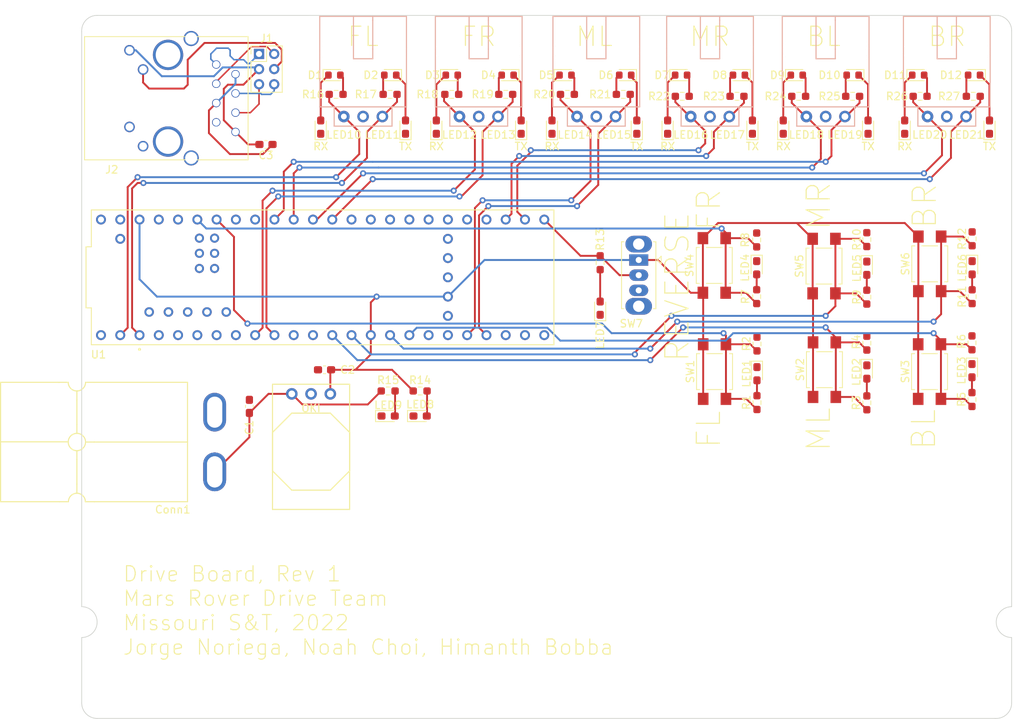
<source format=kicad_pcb>
(kicad_pcb (version 20211014) (generator pcbnew)
  (layers (0 "F.Cu" signal) (31 "B.Cu" signal) (34 "B.Paste" user) (35 "F.Paste" user) (36 "B.SilkS" user "B.Silkscreen") (37 "F.SilkS" user "F.Silkscreen") (38 "B.Mask" user) (39 "F.Mask" user) (44 "Edge.Cuts" user))
  (net 0 "")
  (net 1 "+36V")
  (net 2 "GND")
  (net 3 "+3V3")
  (net 4 "Net-(C3-Pad1)")
  (net 5 "Net-(C3-Pad2)")
  (net 6 "FRTX")
  (net 7 "FRRX")
  (net 8 "FLTX")
  (net 9 "FLRX")
  (net 10 "MRTX")
  (net 11 "MRRX")
  (net 12 "MLTX")
  (net 13 "MLRX")
  (net 14 "BRTX")
  (net 15 "BRRX")
  (net 16 "BLTX")
  (net 17 "BLRX")
  (net 18 "/TX+")
  (net 19 "/TX-")
  (net 20 "Net-(J1-Pad4)")
  (net 21 "/RX-")
  (net 22 "/RX+")
  (net 26 "Net-(LED1-Pad2)")
  (net 27 "Net-(LED2-Pad2)")
  (net 28 "Net-(LED3-Pad2)")
  (net 29 "Net-(LED4-Pad2)")
  (net 30 "Net-(LED5-Pad2)")
  (net 31 "Net-(LED6-Pad2)")
  (net 32 "Net-(LED7-Pad2)")
  (net 33 "Net-(LED8-Pad2)")
  (net 34 "Net-(LED9-Pad2)")
  (net 35 "FL_DRIVE")
  (net 36 "ML_DRIVE")
  (net 37 "BL_DRIVE")
  (net 38 "FR_DRIVE")
  (net 39 "MR_DRIVE")
  (net 40 "BR_DRIVE")
  (net 41 "REVERSE_DIR")
  (net 58 "Net-(D1-Pad1)")
  (net 75 "Net-(D1-Pad2)")
  (net 76 "Net-(D2-Pad1)")
  (net 77 "Net-(D2-Pad2)")
  (net 78 "Net-(D3-Pad2)")
  (net 79 "Net-(D3-Pad1)")
  (net 80 "Net-(D4-Pad2)")
  (net 81 "Net-(D4-Pad1)")
  (net 82 "Net-(D5-Pad2)")
  (net 83 "Net-(D5-Pad1)")
  (net 84 "Net-(D6-Pad2)")
  (net 85 "Net-(D6-Pad1)")
  (net 86 "Net-(D7-Pad2)")
  (net 87 "Net-(D7-Pad1)")
  (net 88 "Net-(D8-Pad2)")
  (net 89 "Net-(D8-Pad1)")
  (net 90 "Net-(D9-Pad1)")
  (net 91 "Net-(D9-Pad2)")
  (net 92 "Net-(D10-Pad1)")
  (net 93 "Net-(D10-Pad2)")
  (net 94 "Net-(D11-Pad1)")
  (net 95 "Net-(D11-Pad2)")
  (net 96 "Net-(D12-Pad1)")
  (net 97 "Net-(D12-Pad2)")
  (footprint "Capacitor_SMD:C_0603_1608Metric_Pad1.08x0.95mm_HandSolder" (layer "F.Cu") (at 154.432 87.884 90)
    (fp_text reference "C1")
    (fp_text value "10uF" hide)
  )
  (footprint "Diode_SMD:D_0603_1608Metric" (layer "F.Cu") (at 165.6335 44.196)
    (fp_text reference "D1")
    (fp_text value "CDBU40-HF" hide)
  )
  (footprint "MRDT_Connectors:RJ45_Teensy" (layer "F.Cu") (at 130.7125 47.369 -90)
    (fp_text reference "J2")
    (fp_text value "RJ45_LED_Shielded")
  )
  (footprint "Button_Switch_SMD:SW_SPST_TL3305A" (layer "F.Cu") (at 230.21475 83.04075 90)
    (fp_text reference "SW2")
    (fp_text value "SW_Push")
  )
  (footprint "Resistor_SMD:R_0603_1608Metric_Pad0.98x0.95mm_HandSolder" (layer "F.Cu") (at 249.658 86.981 -90)
    (fp_text reference "R5")
    (fp_text value "100")
  )
  (footprint "LED_SMD:LED_0603_1608Metric_Pad1.05x0.95mm_HandSolder" (layer "F.Cu") (at 172.72 89.154)
    (fp_text reference "LED9")
    (fp_text value "Green" hide)
  )
  (footprint "LED_SMD:LED_0603_1608Metric_Pad1.05x0.95mm_HandSolder" (layer "F.Cu") (at 251.968 51.054 90)
    (fp_text reference "LED21")
    (fp_text value "Blue" hide)
  )
  (footprint "Diode_SMD:D_0603_1608Metric" (layer "F.Cu") (at 242.57 44.196)
    (fp_text reference "D11")
    (fp_text value "CDBU40-HF" hide)
  )
  (footprint "Button_Switch_SMD:SW_SPST_TL3305A" (layer "F.Cu") (at 230.1615 69.3795 90)
    (fp_text reference "SW5")
    (fp_text value "SW_Push")
  )
  (footprint "Capacitor_SMD:C_0603_1608Metric_Pad1.08x0.95mm_HandSolder" (layer "F.Cu") (at 156.6175 53.34 180)
    (fp_text reference "C3")
    (fp_text value "0.1uF")
  )
  (footprint "LED_SMD:LED_0603_1608Metric_Pad1.05x0.95mm_HandSolder" (layer "F.Cu") (at 200.66 74.93 90)
    (fp_text reference "LED7")
    (fp_text value "Blue")
  )
  (footprint "LED_SMD:LED_0603_1608Metric_Pad1.05x0.95mm_HandSolder" (layer "F.Cu") (at 220.726 51.054 90)
    (fp_text reference "LED17")
    (fp_text value "Blue" hide)
  )
  (footprint "Resistor_SMD:R_0603_1608Metric_Pad0.98x0.95mm_HandSolder" (layer "F.Cu") (at 226.822 46.99)
    (fp_text reference "R24")
    (fp_text value "100" hide)
  )
  (footprint "Resistor_SMD:R_0603_1608Metric_Pad0.98x0.95mm_HandSolder" (layer "F.Cu") (at 249.682 65.786 90)
    (fp_text reference "R12")
    (fp_text value "4.7k")
  )
  (footprint "LED_SMD:LED_0603_1608Metric_Pad1.05x0.95mm_HandSolder" (layer "F.Cu") (at 194.31 51.054 90)
    (fp_text reference "LED14")
    (fp_text value "Yellow" hide)
  )
  (footprint "Resistor_SMD:R_0603_1608Metric_Pad0.98x0.95mm_HandSolder" (layer "F.Cu") (at 165.862 46.736)
    (fp_text reference "R16")
    (fp_text value "100" hide)
  )
  (footprint "Resistor_SMD:R_0603_1608Metric_Pad0.98x0.95mm_HandSolder" (layer "F.Cu") (at 200.66 68.9375 90)
    (fp_text reference "R13")
    (fp_text value "100")
  )
  (footprint "Resistor_SMD:R_0603_1608Metric_Pad0.98x0.95mm_HandSolder" (layer "F.Cu") (at 242.824 46.99)
    (fp_text reference "R26")
    (fp_text value "100" hide)
  )
  (footprint "Diode_SMD:D_0603_1608Metric" (layer "F.Cu") (at 188.468 44.196 180)
    (fp_text reference "D4")
    (fp_text value "CDBU40-HF" hide)
  )
  (footprint "Diode_SMD:D_0603_1608Metric" (layer "F.Cu") (at 196.088 44.196)
    (fp_text reference "D5")
    (fp_text value "CDBU40-HF" hide)
  )
  (footprint "Button_Switch_SMD:SW_SPST_TL3305A" (layer "F.Cu") (at 215.73675 83.29475 90)
    (fp_text reference "SW1")
    (fp_text value "SW_Push")
  )
  (footprint "MRDT_Shields:Teensy_4_1" (layer "F.Cu") (at 164.084 70.866)
    (fp_text reference "U1")
    (fp_text value "Teensy4.1_DEV-16771")
  )
  (footprint "LED_SMD:LED_0603_1608Metric_Pad1.05x0.95mm_HandSolder" (layer "F.Cu") (at 179.07 51.054 90)
    (fp_text reference "LED12")
    (fp_text value "Yellow" hide)
  )
  (footprint "Resistor_SMD:R_0603_1608Metric_Pad0.98x0.95mm_HandSolder" (layer "F.Cu") (at 221.2855 65.93325 90)
    (fp_text reference "R8")
    (fp_text value "4.7k")
  )
  (footprint "Resistor_SMD:R_0603_1608Metric_Pad0.98x0.95mm_HandSolder" (layer "F.Cu") (at 235.80275 87.41375 -90)
    (fp_text reference "R3")
    (fp_text value "100")
  )
  (footprint "LED_SMD:LED_0603_1608Metric_Pad1.05x0.95mm_HandSolder" (layer "F.Cu") (at 240.792 51.054 90)
    (fp_text reference "LED20")
    (fp_text value "Yellow" hide)
  )
  (footprint "Resistor_SMD:R_0603_1608Metric_Pad0.98x0.95mm_HandSolder" (layer "F.Cu") (at 235.79825 65.8895 90)
    (fp_text reference "R10")
    (fp_text value "4.7k")
  )
  (footprint "Diode_SMD:D_0603_1608Metric" (layer "F.Cu") (at 172.9995 44.196 180)
    (fp_text reference "D2")
    (fp_text value "CDBU40-HF" hide)
  )
  (footprint "Resistor_SMD:R_0603_1608Metric_Pad0.98x0.95mm_HandSolder" (layer "F.Cu") (at 196.342 46.736)
    (fp_text reference "R20")
    (fp_text value "100" hide)
  )
  (footprint "Button_Switch_SMD:SW_SPST_TL3305A" (layer "F.Cu") (at 244.07 83.29475 90)
    (fp_text reference "SW3")
    (fp_text value "SW_Push")
  )
  (footprint "Resistor_SMD:R_0603_1608Metric_Pad0.98x0.95mm_HandSolder" (layer "F.Cu") (at 221.2855 73.41225 -90)
    (fp_text reference "R7")
    (fp_text value "100")
  )
  (footprint "Resistor_SMD:R_0603_1608Metric_Pad0.98x0.95mm_HandSolder" (layer "F.Cu") (at 249.682 73.4155 -90)
    (fp_text reference "R11")
    (fp_text value "100")
  )
  (footprint "Diode_SMD:D_0603_1608Metric" (layer "F.Cu") (at 181.102 44.196)
    (fp_text reference "D3")
    (fp_text value "CDBU40-HF" hide)
  )
  (footprint "LED_SMD:LED_0603_1608Metric_Pad1.05x0.95mm_HandSolder" (layer "F.Cu") (at 163.83 51.054 90)
    (fp_text reference "LED10")
    (fp_text value "Yellow" hide)
  )
  (footprint "LED_SMD:LED_0603_1608Metric_Pad1.05x0.95mm_HandSolder" (layer "F.Cu") (at 190.246 51.054 90)
    (fp_text reference "LED13")
    (fp_text value "Blue" hide)
  )
  (footprint "LED_SMD:LED_0603_1608Metric_Pad1.05x0.95mm_HandSolder" (layer "F.Cu") (at 209.55 51.054 90)
    (fp_text reference "LED16")
    (fp_text value "Yellow" hide)
  )
  (footprint "Button_Switch_THT:SW_Slide_1P2T_CK_OS102011MS2Q" (layer "F.Cu") (at 205.74 68.58 -90)
    (fp_text reference "SW7")
    (fp_text value "SW_SPDT")
  )
  (footprint "Resistor_SMD:R_0603_1608Metric_Pad0.98x0.95mm_HandSolder" (layer "F.Cu") (at 172.974 46.736 180)
    (fp_text reference "R17")
    (fp_text value "10" hide)
  )
  (footprint "Button_Switch_SMD:SW_SPST_TL3305A" (layer "F.Cu") (at 244.094 69.088 90)
    (fp_text reference "SW6")
    (fp_text value "SW_Push")
  )
  (footprint "LED_SMD:LED_0603_1608Metric_Pad1.05x0.95mm_HandSolder" (layer "F.Cu") (at 235.79825 69.662 -90)
    (fp_text reference "LED5")
    (fp_text value "Blue")
  )
  (footprint "LED_SMD:LED_0603_1608Metric_Pad1.05x0.95mm_HandSolder" (layer "F.Cu") (at 235.80275 83.34975 -90)
    (fp_text reference "LED2")
    (fp_text value "Blue")
  )
  (footprint "LED_SMD:LED_0603_1608Metric_Pad1.05x0.95mm_HandSolder" (layer "F.Cu") (at 176.9345 89.154)
    (fp_text reference "LED8")
    (fp_text value "Green" hide)
  )
  (footprint "Resistor_SMD:R_0603_1608Metric_Pad0.98x0.95mm_HandSolder" (layer "F.Cu") (at 176.9345 85.852)
    (fp_text reference "R14")
    (fp_text value "100" hide)
  )
  (footprint "Resistor_SMD:R_0603_1608Metric_Pad0.98x0.95mm_HandSolder" (layer "F.Cu") (at 211.4785 46.99)
    (fp_text reference "R22")
    (fp_text value "100" hide)
  )
  (footprint "LED_SMD:LED_0603_1608Metric_Pad1.05x0.95mm_HandSolder" (layer "F.Cu") (at 221.2855 69.60225 -90)
    (fp_text reference "LED4")
    (fp_text value "Blue")
  )
  (footprint "Resistor_SMD:R_0603_1608Metric_Pad0.98x0.95mm_HandSolder" (layer "F.Cu") (at 218.694 46.99 180)
    (fp_text reference "R23")
    (fp_text value "10" hide)
  )
  (footprint "Resistor_SMD:R_0603_1608Metric_Pad0.98x0.95mm_HandSolder" (layer "F.Cu") (at 249.658 79.502 90)
    (fp_text reference "R6")
    (fp_text value "4.7k")
  )
  (footprint "Resistor_SMD:R_0603_1608Metric_Pad0.98x0.95mm_HandSolder" (layer "F.Cu") (at 172.72 85.852)
    (fp_text reference "R15")
    (fp_text value "3k" hide)
  )
  (footprint "Resistor_SMD:R_0603_1608Metric_Pad0.98x0.95mm_HandSolder" (layer "F.Cu") (at 233.934 46.99 180)
    (fp_text reference "R25")
    (fp_text value "10" hide)
  )
  (footprint "Resistor_SMD:R_0603_1608Metric_Pad0.98x0.95mm_HandSolder" (layer "F.Cu") (at 221.32475 87.3855 -90)
    (fp_text reference "R1")
    (fp_text value "100")
  )
  (footprint "Button_Switch_SMD:SW_SPST_TL3305A" (layer "F.Cu") (at 215.6975 69.296 90)
    (fp_text reference "SW4")
    (fp_text value "SW_Push")
  )
  (footprint "Diode_SMD:D_0603_1608Metric" (layer "F.Cu") (at 218.948 44.196 180)
    (fp_text reference "D8")
    (fp_text value "CDBU40-HF" hide)
  )
  (footprint "Resistor_SMD:R_0603_1608Metric_Pad0.98x0.95mm_HandSolder" (layer "F.Cu") (at 235.79825 73.472 -90)
    (fp_text reference "R9")
    (fp_text value "100")
  )
  (footprint "Diode_SMD:D_0603_1608Metric" (layer "F.Cu") (at 249.936 44.196 180)
    (fp_text reference "D12")
    (fp_text value "CDBU40-HF" hide)
  )
  (footprint "LED_SMD:LED_0603_1608Metric_Pad1.05x0.95mm_HandSolder" (layer "F.Cu") (at 235.966 51.054 90)
    (fp_text reference "LED19")
    (fp_text value "Blue" hide)
  )
  (footprint "LED_SMD:LED_0603_1608Metric_Pad1.05x0.95mm_HandSolder" (layer "F.Cu") (at 249.658 83.171 -90)
    (fp_text reference "LED3")
    (fp_text value "Blue")
  )
  (footprint "Resistor_SMD:R_0603_1608Metric_Pad0.98x0.95mm_HandSolder" (layer "F.Cu") (at 203.708 46.736 180)
    (fp_text reference "R21")
    (fp_text value "10" hide)
  )
  (footprint "LED_SMD:LED_0603_1608Metric_Pad1.05x0.95mm_HandSolder" (layer "F.Cu") (at 249.682 69.6055 -90)
    (fp_text reference "LED6")
    (fp_text value "Blue")
  )
  (footprint "MRDT_Devices:OKI_Horizontal" (layer "F.Cu") (at 160.02 86.233)
    (fp_text reference "U2" hide)
    (fp_text value "OKI")
  )
  (footprint "Resistor_SMD:R_0603_1608Metric_Pad0.98x0.95mm_HandSolder" (layer "F.Cu") (at 249.8325 46.99 180)
    (fp_text reference "R27")
    (fp_text value "10" hide)
  )
  (footprint "Resistor_SMD:R_0603_1608Metric_Pad0.98x0.95mm_HandSolder" (layer "F.Cu") (at 221.32475 79.6525 90)
    (fp_text reference "R2")
    (fp_text value "4.7k")
  )
  (footprint "LED_SMD:LED_0603_1608Metric_Pad1.05x0.95mm_HandSolder" (layer "F.Cu") (at 175.006 51.054 90)
    (fp_text reference "LED11")
    (fp_text value "Blue" hide)
  )
  (footprint "LED_SMD:LED_0603_1608Metric_Pad1.05x0.95mm_HandSolder" (layer "F.Cu") (at 205.486 51.054 90)
    (fp_text reference "LED15")
    (fp_text value "Blue" hide)
  )
  (footprint "Resistor_SMD:R_0603_1608Metric_Pad0.98x0.95mm_HandSolder" (layer "F.Cu") (at 181.102 46.736)
    (fp_text reference "R18")
    (fp_text value "100" hide)
  )
  (footprint "MRDT_Connectors:Square_Anderson_2_H_Side_By_Side" (layer "F.Cu") (at 150.2346 88.096)
    (fp_text reference "Conn1")
    (fp_text value "AndersonPP" hide)
  )
  (footprint "Diode_SMD:D_0603_1608Metric" (layer "F.Cu") (at 226.568 44.196)
    (fp_text reference "D9")
    (fp_text value "CDBU40-HF" hide)
  )
  (footprint "Resistor_SMD:R_0603_1608Metric_Pad0.98x0.95mm_HandSolder" (layer "F.Cu") (at 188.214 46.736 180)
    (fp_text reference "R19")
    (fp_text value "10" hide)
  )
  (footprint "Diode_SMD:D_0603_1608Metric" (layer "F.Cu") (at 211.328 44.196)
    (fp_text reference "D7")
    (fp_text value "CDBU40-HF" hide)
  )
  (footprint "Connector_PinHeader_2.00mm:PinHeader_2x03_P2.00mm_Vertical" (layer "F.Cu") (at 155.702 41.402)
    (fp_text reference "J1")
    (fp_text value "6P6C")
  )
  (footprint "Diode_SMD:D_0603_1608Metric" (layer "F.Cu") (at 203.962 44.196 180)
    (fp_text reference "D6")
    (fp_text value "CDBU40-HF" hide)
  )
  (footprint "Capacitor_SMD:C_0603_1608Metric_Pad1.08x0.95mm_HandSolder" (layer "F.Cu") (at 164.338 83.058 180)
    (fp_text reference "C2")
    (fp_text value "10uF" hide)
  )
  (footprint "LED_SMD:LED_0603_1608Metric_Pad1.05x0.95mm_HandSolder" (layer "F.Cu") (at 221.32475 83.5755 -90)
    (fp_text reference "LED1")
    (fp_text value "Blue")
  )
  (footprint "Diode_SMD:D_0603_1608Metric" (layer "F.Cu") (at 233.934 44.196 180)
    (fp_text reference "D10")
    (fp_text value "CDBU40-HF" hide)
  )
  (footprint "LED_SMD:LED_0603_1608Metric_Pad1.05x0.95mm_HandSolder" (layer "F.Cu") (at 224.79 51.054 90)
    (fp_text reference "LED18")
    (fp_text value "Yellow" hide)
  )
  (footprint "Resistor_SMD:R_0603_1608Metric_Pad0.98x0.95mm_HandSolder" (layer "F.Cu") (at 235.80275 79.53975 90)
    (fp_text reference "R4")
    (fp_text value "4.7k")
  )
  (footprint "MRDT_Connectors:MOLEX_SL_03_Horizontal" (layer "B.Cu") (at 248.8825 49.657 180)
    (fp_text reference "Conn6" hide)
    (fp_text value "Molex_SL_03")
  )
  (footprint "MRDT_Connectors:MOLEX_SL_03_Horizontal" (layer "B.Cu") (at 217.678 49.657 180)
    (fp_text reference "Conn4" hide)
    (fp_text value "Molex_SL_03")
  )
  (footprint "MRDT_Connectors:MOLEX_SL_03_Horizontal" (layer "B.Cu") (at 202.692 49.657 180)
    (fp_text reference "Conn5" hide)
    (fp_text value "Molex_SL_03")
  )
  (footprint "MRDT_Connectors:MOLEX_SL_03_Horizontal" (layer "B.Cu") (at 171.958 49.657 180)
    (fp_text reference "Conn3" hide)
    (fp_text value "Molex_SL_03")
  )
  (footprint "MRDT_Connectors:MOLEX_SL_03_Horizontal" (layer "B.Cu") (at 187.198 49.657 180)
    (fp_text reference "Conn2" hide)
    (fp_text value "Molex_SL_03")
  )
  (footprint "MRDT_Connectors:MOLEX_SL_03_Horizontal" (layer "B.Cu") (at 232.918 49.657 180)
    (fp_text reference "Conn7" hide)
    (fp_text value "Molex_SL_03")
  )
  (gr_arc (start 254.889 127) (mid 254.248489 128.482447) (end 252.73 129.032) (layer "Edge.Cuts") (width 0.1))
  (gr_line (start 254.889 118.364) (end 254.889 127) (layer "Edge.Cuts") (width 0.1))
  (gr_arc (start 132.334 114.3) (mid 134.366 116.332) (end 132.334 118.364) (layer "Edge.Cuts") (width 0.1))
  (gr_arc (start 134.366 129.032) (mid 132.929159 128.436841) (end 132.334 127) (layer "Edge.Cuts") (width 0.1))
  (gr_line (start 254.889 38.354) (end 254.889 114.3) (layer "Edge.Cuts") (width 0.1))
  (gr_arc (start 132.334 38.481) (mid 132.882133 36.95998) (end 134.365999 36.318036) (layer "Edge.Cuts") (width 0.1))
  (gr_arc (start 253.111 36.322) (mid 254.381734 37.003967) (end 254.889 38.354) (layer "Edge.Cuts") (width 0.1))
  (gr_line (start 134.365999 36.318036) (end 253.111 36.322) (layer "Edge.Cuts") (width 0.1))
  (gr_arc (start 254.889 118.364) (mid 252.857 116.332) (end 254.889 114.3) (layer "Edge.Cuts") (width 0.1))
  (gr_line (start 132.334 127) (end 132.334 118.364) (layer "Edge.Cuts") (width 0.1))
  (gr_line (start 132.334 114.3) (end 132.334 38.481) (layer "Edge.Cuts") (width 0.1))
  (gr_line (start 252.73 129.032) (end 134.366 129.032) (layer "Edge.Cuts") (width 0.1))
  (gr_text "FR" (at 214.97475 61.95875 90) (layer "F.SilkS") (effects (font (size 3.048 3.048))))
  (gr_text "TX" (at 190.246 53.594) (layer "F.SilkS") (effects (font (size 1 1))))
  (gr_text "ML" (at 199.898 39.116) (layer "F.SilkS") (effects (font (size 2.54 2.54))))
  (gr_text "TX" (at 175.006 53.594) (layer "F.SilkS") (effects (font (size 1 1))))
  (gr_text "MR" (at 229.45275 61.45075 90) (layer "F.SilkS") (effects (font (size 3.048 3.048))))
  (gr_text "BL" (at 230.124 39.116) (layer "F.SilkS") (effects (font (size 2.54 2.54))))
  (gr_text "FL" (at 214.97475 90.91475 90) (layer "F.SilkS") (effects (font (size 3.048 3.048))))
  (gr_text "ML" (at 229.45275 90.91475 90) (layer "F.SilkS") (effects (font (size 3.048 3.048))))
  (gr_text "Drive Board, Rev 1\nMars Rover Drive Team\nMissouri S&T, 2022\nJorge Noriega, Noah Choi, Himanth Bobba" (at 137.668 114.808) (layer "F.SilkS") (effects (font (size 2 2)) (justify left)))
  (gr_text "BR" (at 246.38 39.116) (layer "F.SilkS") (effects (font (size 2.54 2.54))))
  (gr_text "TX" (at 220.726 53.594) (layer "F.SilkS") (effects (font (size 1 1))))
  (gr_text "FR" (at 184.658 39.116) (layer "F.SilkS") (effects (font (size 2.54 2.54))))
  (gr_text "BL" (at 243.308 90.91475 90) (layer "F.SilkS") (effects (font (size 3.048 3.048))))
  (gr_text "MR" (at 215.138 39.116) (layer "F.SilkS") (effects (font (size 2.54 2.54))))
  (gr_text "TX" (at 205.486 53.594) (layer "F.SilkS") (effects (font (size 1 1))))
  (gr_text "TX" (at 251.968 53.594) (layer "F.SilkS") (effects (font (size 1 1))))
  (gr_text "FL" (at 169.418 39.116) (layer "F.SilkS") (effects (font (size 2.54 2.54))))
  (gr_text "TX" (at 235.966 53.594) (layer "F.SilkS") (effects (font (size 1 1))))
  (gr_text "RX" (at 224.79 53.594) (layer "F.SilkS") (effects (font (size 1 1))))
  (gr_text "REVERSE" (at 210.82 72.136 90) (layer "F.SilkS") (effects (font (size 3.048 3.048))))
  (gr_text "RX" (at 179.07 53.594) (layer "F.SilkS") (effects (font (size 1 1))))
  (gr_text "RX" (at 194.31 53.594) (layer "F.SilkS") (effects (font (size 1 1))))
  (gr_text "RX" (at 240.792 53.594) (layer "F.SilkS") (effects (font (size 1 1))))
  (gr_text "RX" (at 163.83 53.594) (layer "F.SilkS") (effects (font (size 1 1))))
  (gr_text "BR" (at 243.42275 61.45075 90) (layer "F.SilkS") (effects (font (size 3.048 3.048))))
  (gr_text "RX" (at 209.55 53.594) (layer "F.SilkS") (effects (font (size 1 1))))
  (segment (start 149.86 96.52) (end 154.432 91.948) (width 0.25) (layer "F.Cu") (net 1))
  (segment (start 160.02 86.233) (end 161.417 87.63) (width 0.25) (layer "F.Cu") (net 1))
  (segment (start 160.02 86.233) (end 156.9455 86.233) (width 0.25) (layer "F.Cu") (net 1))
  (segment (start 154.432 91.948) (end 154.432 88.7465) (width 0.25) (layer "F.Cu") (net 1))
  (segment (start 170.0295 87.63) (end 171.8075 85.852) (width 0.25) (layer "F.Cu") (net 1))
  (segment (start 156.9455 86.233) (end 154.432 88.7465) (width 0.25) (layer "F.Cu") (net 1))
  (segment (start 161.417 87.63) (end 170.0295 87.63) (width 0.25) (layer "F.Cu") (net 1))
  (segment (start 208.28 68.58) (end 205.74 68.58) (width 0.25) (layer "F.Cu") (net 3))
  (segment (start 242.594 65.488) (end 242.594 72.688) (width 0.25) (layer "F.Cu") (net 3))
  (segment (start 240.8095 63.7035) (end 216.19 63.7035) (width 0.25) (layer "F.Cu") (net 3))
  (segment (start 214.1975 72.896) (end 212.596 72.896) (width 0.25) (layer "F.Cu") (net 3))
  (segment (start 212.596 72.896) (end 208.28 68.58) (width 0.25) (layer "F.Cu") (net 3))
  (segment (start 214.23675 86.89475) (end 214.23675 79.69475) (width 0.25) (layer "F.Cu") (net 3))
  (segment (start 242.57 86.89475) (end 242.57 79.69475) (width 0.25) (layer "F.Cu") (net 3))
  (segment (start 176.022 85.852) (end 173.228 83.058) (width 0.25) (layer "F.Cu") (net 3))
  (segment (start 228.71475 79.44075) (end 228.71475 73.03275) (width 0.25) (layer "F.Cu") (net 3))
  (segment (start 165.1 86.233) (end 165.1 83.1585) (width 0.25) (layer "F.Cu") (net 3))
  (segment (start 226.64025 63.75825) (end 228.6615 65.7795) (width 0.25) (layer "F.Cu") (net 3))
  (segment (start 170.434 81.026) (end 170.434 78.486) (width 0.25) (layer "F.Cu") (net 3))
  (segment (start 214.23675 79.69475) (end 214.23675 72.93525) (width 0.25) (layer "F.Cu") (net 3))
  (segment (start 165.1 83.1585) (end 165.2005 83.058) (width 0.25) (layer "F.Cu") (net 3))
  (segment (start 242.57 79.69475) (end 242.57 72.712) (width 0.25) (layer "F.Cu") (net 3))
  (segment (start 242.57 72.712) (end 242.594 72.688) (width 0.25) (layer "F.Cu") (net 3))
  (segment (start 228.71475 86.64075) (end 228.71475 79.44075) (width 0.25) (layer "F.Cu") (net 3))
  (segment (start 242.594 65.488) (end 240.8095 63.7035) (width 0.25) (layer "F.Cu") (net 3))
  (segment (start 214.23675 72.93525) (end 214.1975 72.896) (width 0.25) (layer "F.Cu") (net 3))
  (segment (start 214.1975 65.696) (end 216.13525 63.75825) (width 0.25) (layer "F.Cu") (net 3))
  (segment (start 168.402 83.058) (end 170.434 81.026) (width 0.25) (layer "F.Cu") (net 3))
  (segment (start 216.19 63.7035) (end 216.13525 63.75825) (width 0.25) (layer "F.Cu") (net 3))
  (segment (start 170.434 74.168) (end 171.196 73.406) (width 0.25) (layer "F.Cu") (net 3))
  (segment (start 165.2005 83.058) (end 168.402 83.058) (width 0.25) (layer "F.Cu") (net 3))
  (segment (start 214.1975 72.896) (end 214.1975 65.696) (width 0.25) (layer "F.Cu") (net 3))
  (segment (start 228.6615 65.7795) (end 228.6615 72.9795) (width 0.25) (layer "F.Cu") (net 3))
  (segment (start 170.434 78.486) (end 170.434 74.168) (width 0.25) (layer "F.Cu") (net 3))
  (segment (start 228.71475 73.03275) (end 228.6615 72.9795) (width 0.25) (layer "F.Cu") (net 3))
  (segment (start 242.93875 73.03275) (end 242.594 72.688) (width 0.25) (layer "F.Cu") (net 3))
  (segment (start 173.228 83.058) (end 168.402 83.058) (width 0.25) (layer "F.Cu") (net 3))
  (via (at 171.196 73.406) (size 0.8) (drill 0.4) (layers "F.Cu" "B.Cu") (net 3))
  (segment (start 142.24 73.406) (end 171.196 73.406) (width 0.25) (layer "B.Cu") (net 3))
  (segment (start 180.594 73.406) (end 185.42 68.58) (width 0.25) (layer "B.Cu") (net 3))
  (segment (start 139.954 63.246) (end 139.954 71.12) (width 0.25) (layer "B.Cu") (net 3))
  (segment (start 185.42 68.58) (end 205.74 68.58) (width 0.25) (layer "B.Cu") (net 3))
  (segment (start 139.954 71.12) (end 142.24 73.406) (width 0.25) (layer "B.Cu") (net 3))
  (segment (start 171.196 73.406) (end 180.594 73.406) (width 0.25) (layer "B.Cu") (net 3))
  (segment (start 151.863477 54.61) (end 149.098 51.844523) (width 0.25) (layer "F.Cu") (net 4))
  (segment (start 157.48 53.34) (end 156.21 54.61) (width 0.25) (layer "F.Cu") (net 4))
  (segment (start 156.21 54.61) (end 151.863477 54.61) (width 0.25) (layer "F.Cu") (net 4))
  (segment (start 149.098 48.8435) (end 150.0625 47.879) (width 0.25) (layer "F.Cu") (net 4))
  (segment (start 149.098 51.844523) (end 149.098 48.8435) (width 0.25) (layer "F.Cu") (net 4))
  (segment (start 152.6025 44.069) (end 152.6025 45.339) (width 0.25) (layer "B.Cu") (net 4))
  (segment (start 152.6025 45.339) (end 150.0625 47.879) (width 0.25) (layer "B.Cu") (net 4))
  (segment (start 155.755 53.34) (end 154.2535 53.34) (width 0.25) (layer "F.Cu") (net 5))
  (segment (start 153.645738 45.458262) (end 155.702 43.402) (width 0.25) (layer "F.Cu") (net 5))
  (segment (start 151.601739 45.458262) (end 153.645738 45.458262) (width 0.25) (layer "F.Cu") (net 5))
  (segment (start 151.057478 46.002523) (end 151.601739 45.458262) (width 0.25) (layer "F.Cu") (net 5))
  (segment (start 154.2535 53.34) (end 152.6025 51.689) (width 0.25) (layer "F.Cu") (net 5))
  (segment (start 152.6025 51.689) (end 151.057478 50.143978) (width 0.25) (layer "F.Cu") (net 5))
  (segment (start 151.057478 50.143978) (end 151.057478 46.002523) (width 0.25) (layer "F.Cu") (net 5))
  (segment (start 155.48 43.18) (end 150.918937 43.18) (width 0.25) (layer "B.Cu") (net 5))
  (segment (start 150.918937 43.18) (end 149.754915 44.344022) (width 0.25) (layer "B.Cu") (net 5))
  (segment (start 139.471 40.919) (end 138.6325 40.919) (width 0.25) (layer "B.Cu") (net 5))
  (segment (start 155.702 43.402) (end 155.48 43.18) (width 0.25) (layer "B.Cu") (net 5))
  (segment (start 149.754915 44.344022) (end 142.896022 44.344022) (width 0.25) (layer "B.Cu") (net 5))
  (segment (start 142.896022 44.344022) (end 139.471 40.919) (width 0.25) (layer "B.Cu") (net 5))
  (segment (start 187.198 49.657) (end 189.1265 47.7285) (width 0.25) (layer "F.Cu") (net 6))
  (segment (start 157.734 78.486) (end 156.68 77.432) (width 0.25) (layer "F.Cu") (net 6))
  (segment (start 156.68 61.76) (end 158.242 60.198) (width 0.25) (layer "F.Cu") (net 6))
  (segment (start 185.166 57.404) (end 182.372 60.198) (width 0.25) (layer "F.Cu") (net 6))
  (segment (start 185.166 51.689) (end 185.166 57.404) (width 0.25) (layer "F.Cu") (net 6))
  (segment (start 189.1265 47.7285) (end 189.1265 46.736) (width 0.25) (layer "F.Cu") (net 6))
  (segment (start 182.372 60.198) (end 182.118 60.198) (width 0.25) (layer "F.Cu") (net 6))
  (segment (start 156.68 77.432) (end 156.68 61.76) (width 0.25) (layer "F.Cu") (net 6))
  (segment (start 187.198 49.657) (end 185.166 51.689) (width 0.25) (layer "F.Cu") (net 6))
  (via (at 182.118 60.198) (size 0.8) (drill 0.4) (layers "F.Cu" "B.Cu") (net 6))
  (via (at 158.242 60.198) (size 0.8) (drill 0.4) (layers "F.Cu" "B.Cu") (net 6))
  (segment (start 182.118 60.198) (end 158.242 60.198) (width 0.25) (layer "B.Cu") (net 6))
  (segment (start 157.48 59.436) (end 156.173 60.743) (width 0.25) (layer "F.Cu") (net 7))
  (segment (start 156.173 77.507) (end 155.194 78.486) (width 0.25) (layer "F.Cu") (net 7))
  (segment (start 180.086 46.736) (end 180.086 47.625) (width 0.25) (layer "F.Cu") (net 7))
  (segment (start 182.118 49.657) (end 184.15 51.689) (width 0.25) (layer "F.Cu") (net 7))
  (segment (start 156.173 60.743) (end 156.173 77.507) (width 0.25) (layer "F.Cu") (net 7))
  (segment (start 184.15 51.689) (end 184.15 56.642) (width 0.25) (layer "F.Cu") (net 7))
  (segment (start 180.086 47.625) (end 182.118 49.657) (width 0.25) (layer "F.Cu") (net 7))
  (segment (start 184.15 56.642) (end 181.356 59.436) (width 0.25) (layer "F.Cu") (net 7))
  (via (at 181.356 59.436) (size 0.8) (drill 0.4) (layers "F.Cu" "B.Cu") (net 7))
  (via (at 157.48 59.436) (size 0.8) (drill 0.4) (layers "F.Cu" "B.Cu") (net 7))
  (segment (start 181.356 59.436) (end 157.48 59.436) (width 0.25) (layer "B.Cu") (net 7))
  (segment (start 138.975 59.145) (end 138.975 77.507) (width 0.25) (layer "F.Cu") (net 8))
  (segment (start 139.7 58.42) (end 138.975 59.145) (width 0.25) (layer "F.Cu") (net 8))
  (segment (start 173.8865 47.7285) (end 173.8865 46.736) (width 0.25) (layer "F.Cu") (net 8))
  (segment (start 169.926 55.118) (end 166.624 58.42) (width 0.25) (layer "F.Cu") (net 8))
  (segment (start 138.975 77.507) (end 139.954 78.486) (width 0.25) (layer "F.Cu") (net 8))
  (segment (start 171.958 49.657) (end 169.926 51.689) (width 0.25) (layer "F.Cu") (net 8))
  (segment (start 169.926 51.689) (end 169.926 55.118) (width 0.25) (layer "F.Cu") (net 8))
  (segment (start 140.462 58.42) (end 139.7 58.42) (width 0.25) (layer "F.Cu") (net 8))
  (segment (start 171.958 49.657) (end 173.8865 47.7285) (width 0.25) (layer "F.Cu") (net 8))
  (via (at 166.624 58.42) (size 0.8) (drill 0.4) (layers "F.Cu" "B.Cu") (net 8))
  (via (at 140.462 58.42) (size 0.8) (drill 0.4) (layers "F.Cu" "B.Cu") (net 8))
  (segment (start 166.624 58.42) (end 140.462 58.42) (width 0.25) (layer "B.Cu") (net 8))
  (segment (start 138.393 77.507) (end 137.414 78.486) (width 0.25) (layer "F.Cu") (net 9))
  (segment (start 168.91 54.61) (end 165.862 57.658) (width 0.25) (layer "F.Cu") (net 9))
  (segment (start 168.91 51.689) (end 168.91 54.61) (width 0.25) (layer "F.Cu") (net 9))
  (segment (start 164.9495 47.7285) (end 164.9495 46.736) (width 0.25) (layer "F.Cu") (net 9))
  (segment (start 138.393 58.965) (end 138.393 77.507) (width 0.25) (layer "F.Cu") (net 9))
  (segment (start 166.878 49.657) (end 168.91 51.689) (width 0.25) (layer "F.Cu") (net 9))
  (segment (start 139.7 57.658) (end 138.393 58.965) (width 0.25) (layer "F.Cu") (net 9))
  (segment (start 166.878 49.657) (end 164.9495 47.7285) (width 0.25) (layer "F.Cu") (net 9))
  (via (at 139.7 57.658) (size 0.8) (drill 0.4) (layers "F.Cu" "B.Cu") (net 9))
  (via (at 165.862 57.658) (size 0.8) (drill 0.4) (layers "F.Cu" "B.Cu") (net 9))
  (segment (start 165.862 57.658) (end 139.7 57.658) (width 0.25) (layer "B.Cu") (net 9))
  (segment (start 188.976 62.484) (end 188.214 63.246) (width 0.25) (layer "F.Cu") (net 10))
  (segment (start 189.992 54.864) (end 188.976 55.88) (width 0.25) (layer "F.Cu") (net 10))
  (segment (start 217.678 49.657) (end 215.646 51.689) (width 0.25) (layer "F.Cu") (net 10))
  (segment (start 215.646 53.848) (end 214.63 54.864) (width 0.25) (layer "F.Cu") (net 10))
  (segment (start 219.6065 46.99) (end 219.6065 47.8555) (width 0.25) (layer "F.Cu") (net 10))
  (segment (start 219.6065 47.8555) (end 217.678 49.784) (width 0.25) (layer "F.Cu") (net 10))
  (segment (start 215.646 51.689) (end 215.646 53.848) (width 0.25) (layer "F.Cu") (net 10))
  (segment (start 188.976 55.88) (end 188.976 62.484) (width 0.25) (layer "F.Cu") (net 10))
  (via (at 189.992 54.864) (size 0.8) (drill 0.4) (layers "F.Cu" "B.Cu") (net 10))
  (via (at 214.63 54.864) (size 0.8) (drill 0.4) (layers "F.Cu" "B.Cu") (net 10))
  (segment (start 214.63 54.864) (end 189.992 54.864) (width 0.25) (layer "B.Cu") (net 10))
  (segment (start 191.516 54.365305) (end 189.738 56.143305) (width 0.25) (layer "F.Cu") (net 11))
  (segment (start 210.566 46.99) (end 210.566 47.752) (width 0.25) (layer "F.Cu") (net 11))
  (segment (start 214.503 51.562) (end 214.503 53.213) (width 0.25) (layer "F.Cu") (net 11))
  (segment (start 210.566 47.752) (end 212.598 49.784) (width 0.25) (layer "F.Cu") (net 11))
  (segment (start 189.738 62.23) (end 190.754 63.246) (width 0.25) (layer "F.Cu") (net 11))
  (segment (start 191.516 54.102) (end 191.516 54.365305) (width 0.25) (layer "F.Cu") (net 11))
  (segment (start 212.598 49.657) (end 214.503 51.562) (width 0.25) (layer "F.Cu") (net 11))
  (segment (start 189.738 56.143305) (end 189.738 62.23) (width 0.25) (layer "F.Cu") (net 11))
  (segment (start 214.503 53.213) (end 213.614 54.102) (width 0.25) (layer "F.Cu") (net 11))
  (via (at 191.516 54.102) (size 0.8) (drill 0.4) (layers "F.Cu" "B.Cu") (net 11))
  (via (at 213.614 54.102) (size 0.8) (drill 0.4) (layers "F.Cu" "B.Cu") (net 11))
  (segment (start 213.614 54.102) (end 192.532 54.102) (width 0.25) (layer "B.Cu") (net 11))
  (segment (start 192.532 54.102) (end 191.516 54.102) (width 0.25) (layer "B.Cu") (net 11))
  (segment (start 200.66 51.689) (end 200.406 51.943) (width 0.25) (layer "F.Cu") (net 12))
  (segment (start 202.692 49.657) (end 200.66 51.689) (width 0.25) (layer "F.Cu") (net 12))
  (segment (start 185.928 61.468) (end 184.695 62.701) (width 0.25) (layer "F.Cu") (net 12))
  (segment (start 204.47 46.8395) (end 204.3665 46.736) (width 0.25) (layer "F.Cu") (net 12))
  (segment (start 200.406 58.674) (end 197.612 61.468) (width 0.25) (layer "F.Cu") (net 12))
  (segment (start 184.695 77.507) (end 185.674 78.486) (width 0.25) (layer "F.Cu") (net 12))
  (segment (start 202.692 49.657) (end 204.6205 47.7285) (width 0.25) (layer "F.Cu") (net 12))
  (segment (start 204.6205 47.7285) (end 204.6205 46.736) (width 0.25) (layer "F.Cu") (net 12))
  (segment (start 200.406 51.943) (end 200.406 58.674) (width 0.25) (layer "F.Cu") (net 12))
  (segment (start 184.695 62.701) (end 184.695 77.507) (width 0.25) (layer "F.Cu") (net 12))
  (via (at 197.612 61.468) (size 0.8) (drill 0.4) (layers "F.Cu" "B.Cu") (net 12))
  (via (at 185.928 61.468) (size 0.8) (drill 0.4) (layers "F.Cu" "B.Cu") (net 12))
  (segment (start 197.612 61.468) (end 185.928 61.468) (width 0.25) (layer "B.Cu") (net 12))
  (segment (start 199.39 51.435) (end 199.39 58.166) (width 0.25) (layer "F.Cu") (net 13))
  (segment (start 195.4295 47.4745) (end 195.4295 46.736) (width 0.25) (layer "F.Cu") (net 13))
  (segment (start 184.15 77.47) (end 184.15 62.121699) (width 0.25) (layer "F.Cu") (net 13))
  (segment (start 197.612 49.657) (end 195.4295 47.4745) (width 0.25) (layer "F.Cu") (net 13))
  (segment (start 199.39 58.166) (end 196.85 60.706) (width 0.25) (layer "F.Cu") (net 13))
  (segment (start 183.134 78.486) (end 184.15 77.47) (width 0.25) (layer "F.Cu") (net 13))
  (segment (start 184.15 61.722) (end 185.166 60.706) (width 0.25) (layer "F.Cu") (net 13))
  (segment (start 197.612 49.657) (end 199.39 51.435) (width 0.25) (layer "F.Cu") (net 13))
  (segment (start 184.15 62.121699) (end 184.15 61.722) (width 0.25) (layer "F.Cu") (net 13))
  (via (at 196.85 60.706) (size 0.8) (drill 0.4) (layers "F.Cu" "B.Cu") (net 13))
  (via (at 185.166 60.706) (size 0.8) (drill 0.4) (layers "F.Cu" "B.Cu") (net 13))
  (segment (start 196.85 60.706) (end 185.166 60.706) (width 0.25) (layer "B.Cu") (net 13))
  (segment (start 246.888 55.118) (end 244.094 57.912) (width 0.25) (layer "F.Cu") (net 14))
  (segment (start 250.745 47.7945) (end 250.745 46.99) (width 0.25) (layer "F.Cu") (net 14))
  (segment (start 246.888 51.6515) (end 246.888 55.118) (width 0.25) (layer "F.Cu") (net 14))
  (segment (start 248.8825 49.657) (end 246.888 51.6515) (width 0.25) (layer "F.Cu") (net 14))
  (segment (start 165.354 63.246) (end 170.688 57.912) (width 0.25) (layer "F.Cu") (net 14))
  (segment (start 248.8825 49.657) (end 250.745 47.7945) (width 0.25) (layer "F.Cu") (net 14))
  (via (at 244.094 57.912) (size 0.8) (drill 0.4) (layers "F.Cu" "B.Cu") (net 14))
  (via (at 170.688 57.912) (size 0.8) (drill 0.4) (layers "F.Cu" "B.Cu") (net 14))
  (segment (start 244.348 57.912) (end 170.688 57.912) (width 0.25) (layer "B.Cu") (net 14))
  (segment (start 245.7075 51.562) (end 245.7075 54.7745) (width 0.25) (layer "F.Cu") (net 15))
  (segment (start 163.322 63.246) (end 162.814 63.246) (width 0.25) (layer "F.Cu") (net 15))
  (segment (start 243.8025 49.657) (end 245.7075 51.562) (width 0.25) (layer "F.Cu") (net 15))
  (segment (start 169.418 57.15) (end 163.322 63.246) (width 0.25) (layer "F.Cu") (net 15))
  (segment (start 245.7075 54.7745) (end 243.332 57.15) (width 0.25) (layer "F.Cu") (net 15))
  (segment (start 241.9115 47.766) (end 241.9115 46.99) (width 0.25) (layer "F.Cu") (net 15))
  (segment (start 243.8025 49.657) (end 241.9115 47.766) (width 0.25) (layer "F.Cu") (net 15))
  (via (at 243.332 57.15) (size 0.8) (drill 0.4) (layers "F.Cu" "B.Cu") (net 15))
  (via (at 169.418 57.15) (size 0.8) (drill 0.4) (layers "F.Cu" "B.Cu") (net 15))
  (segment (start 243.332 57.15) (end 169.418 57.15) (width 0.25) (layer "B.Cu") (net 15))
  (segment (start 158.967 56.933) (end 158.967 62.013) (width 0.25) (layer "F.Cu") (net 16))
  (segment (start 232.918 49.657) (end 231.14 51.435) (width 0.25) (layer "F.Cu") (net 16))
  (segment (start 231.14 51.435) (end 231.14 54.102) (width 0.25) (layer "F.Cu") (net 16))
  (segment (start 158.967 62.013) (end 157.734 63.246) (width 0.25) (layer "F.Cu") (net 16))
  (segment (start 160.274 55.626) (end 158.967 56.933) (width 0.25) (layer "F.Cu") (net 16))
  (segment (start 231.14 54.102) (end 231.14 54.864) (width 0.25) (layer "F.Cu") (net 16))
  (segment (start 231.14 54.864) (end 230.378 55.626) (width 0.25) (layer "F.Cu") (net 16))
  (segment (start 234.8465 47.8555) (end 234.8465 46.99) (width 0.25) (layer "F.Cu") (net 16))
  (segment (start 232.918 49.784) (end 234.8465 47.8555) (width 0.25) (layer "F.Cu") (net 16))
  (via (at 160.274 55.626) (size 0.8) (drill 0.4) (layers "F.Cu" "B.Cu") (net 16))
  (via (at 230.378 55.626) (size 0.8) (drill 0.4) (layers "F.Cu" "B.Cu") (net 16))
  (segment (start 230.378 55.626) (end 170.688 55.626) (width 0.25) (layer "B.Cu") (net 16))
  (segment (start 170.688 55.626) (end 160.274 55.626) (width 0.25) (layer "B.Cu") (net 16))
  (segment (start 229.743 55.245) (end 228.6 56.388) (width 0.25) (layer "F.Cu") (net 17))
  (segment (start 161.036 56.388) (end 160.274 57.15) (width 0.25) (layer "F.Cu") (net 17))
  (segment (start 229.743 54.483) (end 229.743 55.245) (width 0.25) (layer "F.Cu") (net 17))
  (segment (start 225.9095 47.8555) (end 225.9095 46.99) (width 0.25) (layer "F.Cu") (net 17))
  (segment (start 227.838 49.784) (end 225.9095 47.8555) (width 0.25) (layer "F.Cu") (net 17))
  (segment (start 160.274 57.15) (end 160.274 63.246) (width 0.25) (layer "F.Cu") (net 17))
  (segment (start 229.743 51.562) (end 229.743 54.483) (width 0.25) (layer "F.Cu") (net 17))
  (segment (start 227.838 49.657) (end 229.743 51.562) (width 0.25) (layer "F.Cu") (net 17))
  (via (at 161.036 56.388) (size 0.8) (drill 0.4) (layers "F.Cu" "B.Cu") (net 17))
  (via (at 228.6 56.388) (size 0.8) (drill 0.4) (layers "F.Cu" "B.Cu") (net 17))
  (segment (start 171.45 56.388) (end 161.036 56.388) (width 0.25) (layer "B.Cu") (net 17))
  (segment (start 228.6 56.388) (end 171.45 56.388) (width 0.25) (layer "B.Cu") (net 17))
  (segment (start 154.178 42.672) (end 153.67 42.164) (width 0.2) (layer "B.Cu") (net 18))
  (segment (start 151.892 40.894) (end 151.638 40.64) (width 0.2) (layer "B.Cu") (net 18))
  (segment (start 152.4 42.164) (end 151.892 41.656) (width 0.2) (layer "B.Cu") (net 18))
  (segment (start 153.67 42.164) (end 152.4 42.164) (width 0.2) (layer "B.Cu") (net 18))
  (segment (start 151.892 41.656) (end 151.892 40.894) (width 0.2) (layer "B.Cu") (net 18))
  (segment (start 154.432 42.672) (end 154.178 42.672) (width 0.2) (layer "B.Cu") (net 18))
  (segment (start 149.352 42.0885) (end 150.0625 42.799) (width 0.2) (layer "B.Cu") (net 18))
  (segment (start 150.114 40.64) (end 149.352 41.402) (width 0.2) (layer "B.Cu") (net 18))
  (segment (start 149.352 41.402) (end 149.352 42.0885) (width 0.2) (layer "B.Cu") (net 18))
  (segment (start 151.638 40.64) (end 150.114 40.64) (width 0.2) (layer "B.Cu") (net 18))
  (segment (start 155.702 41.402) (end 154.432 42.672) (width 0.2) (layer "B.Cu") (net 18))
  (segment (start 156.727 40.427) (end 154.727 40.427) (width 0.2) (layer "F.Cu") (net 19))
  (segment (start 157.702 41.402) (end 156.727 40.427) (width 0.2) (layer "F.Cu") (net 19))
  (segment (start 150.0625 45.0915) (end 150.0625 45.339) (width 0.2) (layer "F.Cu") (net 19))
  (segment (start 154.727 40.427) (end 150.0625 45.0915) (width 0.2) (layer "F.Cu") (net 19))
  (segment (start 157.804399 39.948399) (end 148.519601 39.948399) (width 0.25) (layer "F.Cu") (net 20))
  (segment (start 158.702 40.846) (end 157.804399 39.948399) (width 0.25) (layer "F.Cu") (net 20))
  (segment (start 146.304 42.164) (end 146.304 45.466) (width 0.25) (layer "F.Cu") (net 20))
  (segment (start 157.702 43.402) (end 158.702 42.402) (width 0.25) (layer "F.Cu") (net 20))
  (segment (start 158.702 42.402) (end 158.702 40.846) (width 0.25) (layer "F.Cu") (net 20))
  (segment (start 140.4225 45.1725) (end 140.4225 43.459) (width 0.25) (layer "F.Cu") (net 20))
  (segment (start 148.519601 39.948399) (end 146.304 42.164) (width 0.25) (layer "F.Cu") (net 20))
  (segment (start 141.224 45.974) (end 140.4225 45.1725) (width 0.25) (layer "F.Cu") (net 20))
  (segment (start 146.304 45.466) (end 145.796 45.974) (width 0.25) (layer "F.Cu") (net 20))
  (segment (start 145.796 45.974) (end 141.224 45.974) (width 0.25) (layer "F.Cu") (net 20))
  (segment (start 155.702 48.006) (end 155.702 45.402) (width 0.2) (layer "F.Cu") (net 21))
  (segment (start 152.6025 49.149) (end 154.559 49.149) (width 0.2) (layer "F.Cu") (net 21))
  (segment (start 154.559 49.149) (end 155.702 48.006) (width 0.2) (layer "F.Cu") (net 21))
  (segment (start 157.702 45.402) (end 157.702 46.26) (width 0.2) (layer "B.Cu") (net 22))
  (segment (start 155.925 46.609) (end 152.6025 46.609) (width 0.2) (layer "B.Cu") (net 22))
  (segment (start 156.052 46.736) (end 155.925 46.609) (width 0.2) (layer "B.Cu") (net 22))
  (segment (start 157.226 46.736) (end 156.052 46.736) (width 0.2) (layer "B.Cu") (net 22))
  (segment (start 157.702 46.26) (end 157.226 46.736) (width 0.2) (layer "B.Cu") (net 22))
  (segment (start 221.32475 84.4505) (end 221.32475 86.473) (width 0.25) (layer "F.Cu") (net 26))
  (segment (start 235.80275 86.50125) (end 235.80275 84.22475) (width 0.25) (layer "F.Cu") (net 27))
  (segment (start 249.658 86.0685) (end 249.658 84.046) (width 0.25) (layer "F.Cu") (net 28))
  (segment (start 221.2855 72.49975) (end 221.2855 70.47725) (width 0.25) (layer "F.Cu") (net 29))
  (segment (start 235.79825 70.537) (end 235.79825 72.5595) (width 0.25) (layer "F.Cu") (net 30))
  (segment (start 249.682 72.503) (end 249.682 70.4805) (width 0.25) (layer "F.Cu") (net 31))
  (segment (start 200.66 69.85) (end 200.66 74.055) (width 0.25) (layer "F.Cu") (net 32))
  (segment (start 177.847 85.852) (end 177.847 89.1165) (width 0.25) (layer "F.Cu") (net 33))
  (segment (start 177.847 89.1165) (end 177.8095 89.154) (width 0.25) (layer "F.Cu") (net 33))
  (segment (start 173.6325 89.1165) (end 173.6325 85.852) (width 0.25) (layer "F.Cu") (net 34))
  (segment (start 173.595 89.154) (end 173.6325 89.1165) (width 0.25) (layer "F.Cu") (net 34))
  (segment (start 221.32475 88.298) (end 219.9215 86.89475) (width 0.25) (layer "F.Cu") (net 35))
  (segment (start 221.32475 80.565) (end 220.4545 79.69475) (width 0.25) (layer "F.Cu") (net 35))
  (segment (start 154.178 76.962) (end 152.4 75.184) (width 0.25) (layer "F.Cu") (net 35))
  (segment (start 152.4 65.532) (end 150.114 63.246) (width 0.25) (layer "F.Cu") (net 35))
  (segment (start 220.4545 79.69475) (end 217.23675 79.69475) (width 0.25) (layer "F.Cu") (net 35))
  (segment (start 219.9215 86.89475) (end 217.23675 86.89475) (width 0.25) (layer "F.Cu") (net 35))
  (segment (start 217.23675 79.69475) (end 217.23675 78.55275) (width 0.25) (layer "F.Cu") (net 35))
  (segment (start 152.4 75.184) (end 152.4 65.532) (width 0.25) (layer "F.Cu") (net 35))
  (segment (start 217.23675 79.69475) (end 217.23675 86.89475) (width 0.25) (layer "F.Cu") (net 35))
  (segment (start 217.23675 78.55275) (end 216.916 78.232) (width 0.25) (layer "F.Cu") (net 35))
  (via (at 154.178 76.962) (size 0.8) (drill 0.4) (layers "F.Cu" "B.Cu") (net 35))
  (via (at 216.916 78.232) (size 0.8) (drill 0.4) (layers "F.Cu" "B.Cu") (net 35))
  (segment (start 216.916 78.232) (end 202.167949 78.232) (width 0.25) (layer "B.Cu") (net 35))
  (segment (start 202.167949 78.232) (end 200.897949 76.962) (width 0.25) (layer "B.Cu") (net 35))
  (segment (start 200.897949 76.962) (end 154.178 76.962) (width 0.25) (layer "B.Cu") (net 35))
  (segment (start 234.11725 86.64075) (end 231.71475 86.64075) (width 0.25) (layer "F.Cu") (net 36))
  (segment (start 231.71475 86.64075) (end 231.71475 79.44075) (width 0.25) (layer "F.Cu") (net 36))
  (segment (start 231.71475 78.80675) (end 230.378 77.47) (width 0.25) (layer "F.Cu") (net 36))
  (segment (start 211.582 77.47) (end 207.264 81.788) (width 0.25) (layer "F.Cu") (net 36))
  (segment (start 234.79125 79.44075) (end 231.71475 79.44075) (width 0.25) (layer "F.Cu") (net 36))
  (segment (start 231.71475 79.44075) (end 231.71475 78.80675) (width 0.25) (layer "F.Cu") (net 36))
  (segment (start 235.80275 88.32625) (end 234.11725 86.64075) (width 0.25) (layer "F.Cu") (net 36))
  (segment (start 235.80275 80.45225) (end 234.79125 79.44075) (width 0.25) (layer "F.Cu") (net 36))
  (via (at 230.378 77.47) (size 0.8) (drill 0.4) (layers "F.Cu" "B.Cu") (net 36))
  (via (at 211.582 77.47) (size 0.8) (drill 0.4) (layers "F.Cu" "B.Cu") (net 36))
  (via (at 207.264 81.788) (size 0.8) (drill 0.4) (layers "F.Cu" "B.Cu") (net 36))
  (segment (start 230.378 77.47) (end 211.582 77.47) (width 0.25) (layer "B.Cu") (net 36))
  (segment (start 207.264 81.788) (end 168.656 81.788) (width 0.25) (layer "B.Cu") (net 36))
  (segment (start 168.656 81.788) (end 165.354 78.486) (width 0.25) (layer "B.Cu") (net 36))
  (segment (start 248.65925 86.89475) (end 245.57 86.89475) (width 0.25) (layer "F.Cu") (net 37))
  (segment (start 245.57 86.89475) (end 245.57 79.69475) (width 0.25) (layer "F.Cu") (net 37))
  (segment (start 245.57 79.2) (end 244.602 78.232) (width 0.25) (layer "F.Cu") (net 37))
  (segment (start 249.658 80.4145) (end 248.93825 79.69475) (width 0.25) (layer "F.Cu") (net 37))
  (segment (start 248.93825 79.69475) (end 245.57 79.69475) (width 0.25) (layer "F.Cu") (net 37))
  (segment (start 245.57 79.69475) (end 245.57 79.2) (width 0.25) (layer "F.Cu") (net 37))
  (segment (start 249.658 87.8935) (end 248.65925 86.89475) (width 0.25) (layer "F.Cu") (net 37))
  (via (at 244.602 78.232) (size 0.8) (drill 0.4) (layers "F.Cu" "B.Cu") (net 37))
  (segment (start 217.207 79.211) (end 195.403516 79.211) (width 0.25) (layer "B.Cu") (net 37))
  (segment (start 195.403516 79.211) (end 193.699516 77.507) (width 0.25) (layer "B.Cu") (net 37))
  (segment (start 218.186 78.232) (end 217.207 79.211) (width 0.25) (layer "B.Cu") (net 37))
  (segment (start 244.602 78.232) (end 218.186 78.232) (width 0.25) (layer "B.Cu") (net 37))
  (segment (start 193.699516 77.507) (end 176.493 77.507) (width 0.25) (layer "B.Cu") (net 37))
  (segment (start 176.493 77.507) (end 175.514 78.486) (width 0.25) (layer "B.Cu") (net 37))
  (segment (start 244.856 78.232) (end 244.602 78.232) (width 0.25) (layer "B.Cu") (net 37))
  (segment (start 217.1975 65.696) (end 217.1975 72.896) (width 0.25) (layer "F.Cu") (net 38))
  (segment (start 221.2855 74.32475) (end 219.85675 72.896) (width 0.25) (layer "F.Cu") (net 38))
  (segment (start 217.1975 64.9635) (end 216.662 64.428) (width 0.25) (layer "F.Cu") (net 38))
  (segment (start 219.85675 72.896) (end 217.1975 72.896) (width 0.25) (layer "F.Cu") (net 38))
  (segment (start 220.13575 65.696) (end 217.1975 65.696) (width 0.25) (layer "F.Cu") (net 38))
  (segment (start 221.2855 66.84575) (end 220.13575 65.696) (width 0.25) (layer "F.Cu") (net 38))
  (segment (start 217.1975 65.696) (end 217.1975 64.9635) (width 0.25) (layer "F.Cu") (net 38))
  (via (at 216.662 64.428) (size 0.8) (drill 0.4) (layers "F.Cu" "B.Cu") (net 38))
  (segment (start 148.756 64.428) (end 147.574 63.246) (width 0.25) (layer "B.Cu") (net 38))
  (segment (start 216.662 64.428) (end 148.756 64.428) (width 0.25) (layer "B.Cu") (net 38))
  (segment (start 234.39325 72.9795) (end 235.79825 74.3845) (width 0.25) (layer "F.Cu") (net 39))
  (segment (start 231.6615 72.9795) (end 231.6615 74.6625) (width 0.25) (layer "F.Cu") (net 39))
  (segment (start 235.79825 66.802) (end 234.77575 65.7795) (width 0.25) (layer "F.Cu") (net 39))
  (segment (start 231.6615 74.6625) (end 230.378 75.946) (width 0.25) (layer "F.Cu") (net 39))
  (segment (start 231.6615 72.9795) (end 231.6615 65.7795) (width 0.25) (layer "F.Cu") (net 39))
  (segment (start 234.77575 65.7795) (end 231.6615 65.7795) (width 0.25) (layer "F.Cu") (net 39))
  (segment (start 231.6615 72.9795) (end 234.39325 72.9795) (width 0.25) (layer "F.Cu") (net 39))
  (segment (start 205.232 80.772) (end 205.232 81.026) (width 0.25) (layer "F.Cu") (net 39))
  (segment (start 210.058 75.946) (end 205.232 80.772) (width 0.25) (layer "F.Cu") (net 39))
  (via (at 230.378 75.946) (size 0.8) (drill 0.4) (layers "F.Cu" "B.Cu") (net 39))
  (via (at 205.232 81.026) (size 0.8) (drill 0.4) (layers "F.Cu" "B.Cu") (net 39))
  (via (at 210.058 75.946) (size 0.8) (drill 0.4) (layers "F.Cu" "B.Cu") (net 39))
  (segment (start 205.232 81.026) (end 170.434 81.026) (width 0.25) (layer "B.Cu") (net 39))
  (segment (start 170.434 81.026) (end 167.894 78.486) (width 0.25) (layer "B.Cu") (net 39))
  (segment (start 230.378 75.946) (end 210.058 75.946) (width 0.25) (layer "B.Cu") (net 39))
  (segment (start 248.042 72.688) (end 245.594 72.688) (width 0.25) (layer "F.Cu") (net 40))
  (segment (start 248.4715 65.488) (end 245.594 65.488) (width 0.25) (layer "F.Cu") (net 40))
  (segment (start 210.82 76.708) (end 207.264 80.264) (width 0.25) (layer "F.Cu") (net 40))
  (segment (start 245.594 72.688) (end 245.594 65.488) (width 0.25) (layer "F.Cu") (net 40))
  (segment (start 245.594 72.688) (end 245.594 75.716) (width 0.25) (layer "F.Cu") (net 40))
  (segment (start 249.682 66.6985) (end 248.4715 65.488) (width 0.25) (layer "F.Cu") (net 40))
  (segment (start 249.682 74.328) (end 248.042 72.688) (width 0.25) (layer "F.Cu") (net 40))
  (segment (start 245.594 75.716) (end 244.602 76.708) (width 0.25) (layer "F.Cu") (net 40))
  (via (at 207.264 80.264) (size 0.8) (drill 0.4) (layers "F.Cu" "B.Cu") (net 40))
  (via (at 210.82 76.708) (size 0.8) (drill 0.4) (layers "F.Cu" "B.Cu") (net 40))
  (via (at 244.602 76.708) (size 0.8) (drill 0.4) (layers "F.Cu" "B.Cu") (net 40))
  (segment (start 207.264 80.264) (end 174.752 80.264) (width 0.25) (layer "B.Cu") (net 40))
  (segment (start 174.752 80.264) (end 172.974 78.486) (width 0.25) (layer "B.Cu") (net 40))
  (segment (start 244.602 76.708) (end 210.82 76.708) (width 0.25) (layer "B.Cu") (net 40))
  (segment (start 198.073 68.025) (end 193.294 63.246) (width 0.25) (layer "F.Cu") (net 41))
  (segment (start 205.74 70.58) (end 203.215 70.58) (width 0.25) (layer "F.Cu") (net 41))
  (segment (start 203.215 70.58) (end 200.66 68.025) (width 0.25) (layer "F.Cu") (net 41))
  (segment (start 200.66 68.025) (end 198.073 68.025) (width 0.25) (layer "F.Cu") (net 41))
  (segment (start 163.83 45.212) (end 163.83 50.179) (width 0.25) (layer "F.Cu") (net 58))
  (segment (start 164.846 44.196) (end 163.83 45.212) (width 0.25) (layer "F.Cu") (net 58))
  (segment (start 166.7745 44.5495) (end 166.421 44.196) (width 0.25) (layer "F.Cu") (net 75))
  (segment (start 166.7745 46.736) (end 166.7745 44.5495) (width 0.25) (layer "F.Cu") (net 75))
  (segment (start 175.006 45.415) (end 175.006 50.179) (width 0.25) (layer "F.Cu") (net 76))
  (segment (start 173.787 44.196) (end 175.006 45.415) (width 0.25) (layer "F.Cu") (net 76))
  (segment (start 172.0615 46.736) (end 172.0615 44.3465) (width 0.25) (layer "F.Cu") (net 77))
  (segment (start 172.0615 44.3465) (end 172.212 44.196) (width 0.25) (layer "F.Cu") (net 77))
  (segment (start 181.8895 44.196) (end 181.8895 46.7145) (width 0.25) (layer "F.Cu") (net 78))
  (segment (start 181.8895 46.7145) (end 181.911 46.736) (width 0.25) (layer "F.Cu") (net 78))
  (segment (start 179.07 45.4405) (end 179.07 50.179) (width 0.25) (layer "F.Cu") (net 79))
  (segment (start 180.3145 44.196) (end 179.07 45.4405) (width 0.25) (layer "F.Cu") (net 79))
  (segment (start 187.3015 44.575) (end 187.6805 44.196) (width 0.25) (layer "F.Cu") (net 80))
  (segment (start 187.3015 46.736) (end 187.3015 44.575) (width 0.25) (layer "F.Cu") (net 80))
  (segment (start 190.246 45.1865) (end 190.246 50.179) (width 0.25) (layer "F.Cu") (net 81))
  (segment (start 189.2555 44.196) (end 190.246 45.1865) (width 0.25) (layer "F.Cu") (net 81))
  (segment (start 197.2545 44.575) (end 196.8755 44.196) (width 0.25) (layer "F.Cu") (net 82))
  (segment (start 197.2545 46.736) (end 197.2545 44.575) (width 0.25) (layer "F.Cu") (net 82))
  (segment (start 194.31 45.1865) (end 194.31 50.179) (width 0.25) (layer "F.Cu") (net 83))
  (segment (start 195.3005 44.196) (end 194.31 45.1865) (width 0.25) (layer "F.Cu") (net 83))
  (segment (start 202.7955 44.575) (end 203.1745 44.196) (width 0.25) (layer "F.Cu") (net 84))
  (segment (start 202.9205 46.611) (end 202.7955 46.736) (width 0.25) (layer "F.Cu") (net 84))
  (segment (start 202.7955 46.736) (end 202.7955 44.575) (width 0.25) (layer "F.Cu") (net 84))
  (segment (start 204.4955 44.196) (end 205.486 45.1865) (width 0.25) (layer "F.Cu") (net 85))
  (segment (start 205.486 45.1865) (end 205.486 50.179) (width 0.25) (layer "F.Cu") (net 85))
  (segment (start 212.391 44.4715) (end 212.1155 44.196) (width 0.25) (layer "F.Cu") (net 86))
  (segment (start 212.391 46.99) (end 212.391 44.4715) (width 0.25) (layer "F.Cu") (net 86))
  (segment (start 209.55 45.1865) (end 210.5405 44.196) (width 0.25) (layer "F.Cu") (net 87))
  (segment (start 209.55 50.179) (end 209.55 45.1865) (width 0.25) (layer "F.Cu") (net 87))
  (segment (start 217.7815 46.99) (end 217.7815 44.575) (width 0.25) (layer "F.Cu") (net 88))
  (segment (start 217.7815 44.575) (end 218.1605 44.196) (width 0.25) (layer "F.Cu") (net 88))
  (segment (start 219.7355 44.196) (end 220.726 45.1865) (width 0.25) (layer "F.Cu") (net 89))
  (segment (start 220.726 45.1865) (end 220.726 50.179) (width 0.25) (layer "F.Cu") (net 89))
  (segment (start 224.79 45.1865) (end 225.7805 44.196) (width 0.25) (layer "F.Cu") (net 90))
  (segment (start 224.79 50.179) (end 224.79 45.1865) (width 0.25) (layer "F.Cu") (net 90))
  (segment (start 227.7345 44.575) (end 227.3555 44.196) (width 0.25) (layer "F.Cu") (net 91))
  (segment (start 227.7345 46.99) (end 227.7345 44.575) (width 0.25) (layer "F.Cu") (net 91))
  (segment (start 235.966 45.4405) (end 235.966 50.179) (width 0.25) (layer "F.Cu") (net 92))
  (segment (start 234.7215 44.196) (end 235.966 45.4405) (width 0.25) (layer "F.Cu") (net 92))
  (segment (start 233.0215 44.321) (end 233.1465 44.196) (width 0.25) (layer "F.Cu") (net 93))
  (segment (start 233.0215 46.99) (end 233.0215 44.321) (width 0.25) (layer "F.Cu") (net 93))
  (segment (start 241.7825 44.196) (end 240.792 45.1865) (width 0.25) (layer "F.Cu") (net 94))
  (segment (start 240.792 45.1865) (end 240.792 50.179) (width 0.25) (layer "F.Cu") (net 94))
  (segment (start 243.7365 46.99) (end 243.7365 44.575) (width 0.25) (layer "F.Cu") (net 95))
  (segment (start 243.7365 44.575) (end 243.3575 44.196) (width 0.25) (layer "F.Cu") (net 95))
  (segment (start 251.968 50.179) (end 251.968 45.4405) (width 0.25) (layer "F.Cu") (net 96))
  (segment (start 250.7235 44.196) (end 251.968 45.4405) (width 0.25) (layer "F.Cu") (net 96))
  (segment (start 248.92 44.2215) (end 248.8945 44.196) (width 0.25) (layer "F.Cu") (net 97))
  (segment (start 248.92 44.4245) (end 249.1485 44.196) (width 0.25) (layer "F.Cu") (net 97))
  (segment (start 248.92 46.99) (end 248.92 44.4245) (width 0.25) (layer "F.Cu") (net 97))
)
</source>
